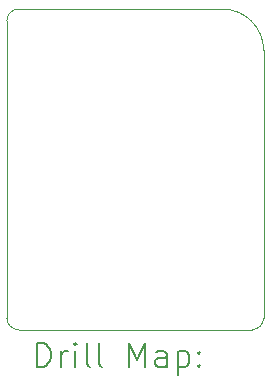
<source format=gbr>
%TF.GenerationSoftware,KiCad,Pcbnew,8.0.1*%
%TF.CreationDate,2024-07-14T02:03:27+08:00*%
%TF.ProjectId,555Sandbox,35353553-616e-4646-926f-782e6b696361,1.0.0*%
%TF.SameCoordinates,Original*%
%TF.FileFunction,Drillmap*%
%TF.FilePolarity,Positive*%
%FSLAX45Y45*%
G04 Gerber Fmt 4.5, Leading zero omitted, Abs format (unit mm)*
G04 Created by KiCad (PCBNEW 8.0.1) date 2024-07-14 02:03:27*
%MOMM*%
%LPD*%
G01*
G04 APERTURE LIST*
%ADD10C,0.050000*%
%ADD11C,0.200000*%
G04 APERTURE END LIST*
D10*
X9320000Y-6690000D02*
G75*
G02*
X9670000Y-7040000I0J-350000D01*
G01*
X9670708Y-9305000D02*
X9670000Y-7040000D01*
X7595708Y-9405000D02*
G75*
G02*
X7495001Y-9305005I0J100710D01*
G01*
X7495000Y-9305005D02*
X7495000Y-6790000D01*
X9670708Y-9305000D02*
G75*
G02*
X9570708Y-9405000I-100000J0D01*
G01*
X9570708Y-9405000D02*
X7595708Y-9405000D01*
X7495000Y-6790000D02*
G75*
G02*
X7595000Y-6690000I100000J0D01*
G01*
X7595000Y-6690000D02*
X9320000Y-6690000D01*
D11*
X7753277Y-9718984D02*
X7753277Y-9518984D01*
X7753277Y-9518984D02*
X7800896Y-9518984D01*
X7800896Y-9518984D02*
X7829467Y-9528508D01*
X7829467Y-9528508D02*
X7848515Y-9547555D01*
X7848515Y-9547555D02*
X7858039Y-9566603D01*
X7858039Y-9566603D02*
X7867562Y-9604698D01*
X7867562Y-9604698D02*
X7867562Y-9633270D01*
X7867562Y-9633270D02*
X7858039Y-9671365D01*
X7858039Y-9671365D02*
X7848515Y-9690412D01*
X7848515Y-9690412D02*
X7829467Y-9709460D01*
X7829467Y-9709460D02*
X7800896Y-9718984D01*
X7800896Y-9718984D02*
X7753277Y-9718984D01*
X7953277Y-9718984D02*
X7953277Y-9585650D01*
X7953277Y-9623746D02*
X7962801Y-9604698D01*
X7962801Y-9604698D02*
X7972324Y-9595174D01*
X7972324Y-9595174D02*
X7991372Y-9585650D01*
X7991372Y-9585650D02*
X8010420Y-9585650D01*
X8077086Y-9718984D02*
X8077086Y-9585650D01*
X8077086Y-9518984D02*
X8067562Y-9528508D01*
X8067562Y-9528508D02*
X8077086Y-9538031D01*
X8077086Y-9538031D02*
X8086610Y-9528508D01*
X8086610Y-9528508D02*
X8077086Y-9518984D01*
X8077086Y-9518984D02*
X8077086Y-9538031D01*
X8200896Y-9718984D02*
X8181848Y-9709460D01*
X8181848Y-9709460D02*
X8172324Y-9690412D01*
X8172324Y-9690412D02*
X8172324Y-9518984D01*
X8305658Y-9718984D02*
X8286610Y-9709460D01*
X8286610Y-9709460D02*
X8277086Y-9690412D01*
X8277086Y-9690412D02*
X8277086Y-9518984D01*
X8534229Y-9718984D02*
X8534229Y-9518984D01*
X8534229Y-9518984D02*
X8600896Y-9661841D01*
X8600896Y-9661841D02*
X8667563Y-9518984D01*
X8667563Y-9518984D02*
X8667563Y-9718984D01*
X8848515Y-9718984D02*
X8848515Y-9614222D01*
X8848515Y-9614222D02*
X8838991Y-9595174D01*
X8838991Y-9595174D02*
X8819944Y-9585650D01*
X8819944Y-9585650D02*
X8781848Y-9585650D01*
X8781848Y-9585650D02*
X8762801Y-9595174D01*
X8848515Y-9709460D02*
X8829467Y-9718984D01*
X8829467Y-9718984D02*
X8781848Y-9718984D01*
X8781848Y-9718984D02*
X8762801Y-9709460D01*
X8762801Y-9709460D02*
X8753277Y-9690412D01*
X8753277Y-9690412D02*
X8753277Y-9671365D01*
X8753277Y-9671365D02*
X8762801Y-9652317D01*
X8762801Y-9652317D02*
X8781848Y-9642793D01*
X8781848Y-9642793D02*
X8829467Y-9642793D01*
X8829467Y-9642793D02*
X8848515Y-9633270D01*
X8943753Y-9585650D02*
X8943753Y-9785650D01*
X8943753Y-9595174D02*
X8962801Y-9585650D01*
X8962801Y-9585650D02*
X9000896Y-9585650D01*
X9000896Y-9585650D02*
X9019944Y-9595174D01*
X9019944Y-9595174D02*
X9029467Y-9604698D01*
X9029467Y-9604698D02*
X9038991Y-9623746D01*
X9038991Y-9623746D02*
X9038991Y-9680889D01*
X9038991Y-9680889D02*
X9029467Y-9699936D01*
X9029467Y-9699936D02*
X9019944Y-9709460D01*
X9019944Y-9709460D02*
X9000896Y-9718984D01*
X9000896Y-9718984D02*
X8962801Y-9718984D01*
X8962801Y-9718984D02*
X8943753Y-9709460D01*
X9124705Y-9699936D02*
X9134229Y-9709460D01*
X9134229Y-9709460D02*
X9124705Y-9718984D01*
X9124705Y-9718984D02*
X9115182Y-9709460D01*
X9115182Y-9709460D02*
X9124705Y-9699936D01*
X9124705Y-9699936D02*
X9124705Y-9718984D01*
X9124705Y-9595174D02*
X9134229Y-9604698D01*
X9134229Y-9604698D02*
X9124705Y-9614222D01*
X9124705Y-9614222D02*
X9115182Y-9604698D01*
X9115182Y-9604698D02*
X9124705Y-9595174D01*
X9124705Y-9595174D02*
X9124705Y-9614222D01*
M02*

</source>
